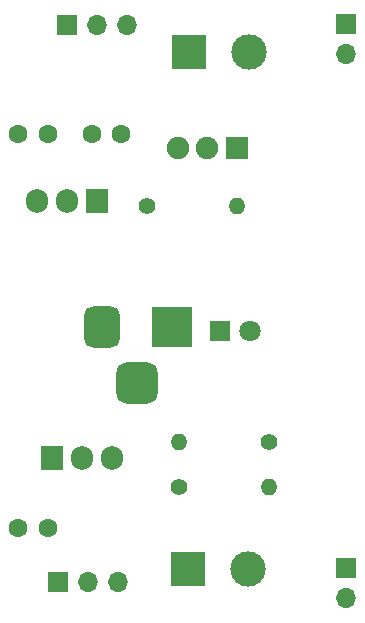
<source format=gbs>
%TF.GenerationSoftware,KiCad,Pcbnew,(6.0.0)*%
%TF.CreationDate,2023-05-28T15:04:35-04:00*%
%TF.ProjectId,Breadboard Power Supply,42726561-6462-46f6-9172-6420506f7765,2.0*%
%TF.SameCoordinates,Original*%
%TF.FileFunction,Soldermask,Bot*%
%TF.FilePolarity,Negative*%
%FSLAX46Y46*%
G04 Gerber Fmt 4.6, Leading zero omitted, Abs format (unit mm)*
G04 Created by KiCad (PCBNEW (6.0.0)) date 2023-05-28 15:04:35*
%MOMM*%
%LPD*%
G01*
G04 APERTURE LIST*
G04 Aperture macros list*
%AMRoundRect*
0 Rectangle with rounded corners*
0 $1 Rounding radius*
0 $2 $3 $4 $5 $6 $7 $8 $9 X,Y pos of 4 corners*
0 Add a 4 corners polygon primitive as box body*
4,1,4,$2,$3,$4,$5,$6,$7,$8,$9,$2,$3,0*
0 Add four circle primitives for the rounded corners*
1,1,$1+$1,$2,$3*
1,1,$1+$1,$4,$5*
1,1,$1+$1,$6,$7*
1,1,$1+$1,$8,$9*
0 Add four rect primitives between the rounded corners*
20,1,$1+$1,$2,$3,$4,$5,0*
20,1,$1+$1,$4,$5,$6,$7,0*
20,1,$1+$1,$6,$7,$8,$9,0*
20,1,$1+$1,$8,$9,$2,$3,0*%
G04 Aperture macros list end*
%ADD10R,3.500000X3.500000*%
%ADD11RoundRect,0.750000X-0.750000X-1.000000X0.750000X-1.000000X0.750000X1.000000X-0.750000X1.000000X0*%
%ADD12RoundRect,0.875000X-0.875000X-0.875000X0.875000X-0.875000X0.875000X0.875000X-0.875000X0.875000X0*%
%ADD13R,1.700000X1.700000*%
%ADD14O,1.700000X1.700000*%
%ADD15C,1.600000*%
%ADD16R,1.905000X2.000000*%
%ADD17O,1.905000X2.000000*%
%ADD18R,1.900000X1.900000*%
%ADD19C,1.900000*%
%ADD20C,1.400000*%
%ADD21O,1.400000X1.400000*%
%ADD22R,3.000000X3.000000*%
%ADD23C,3.000000*%
%ADD24C,1.800000*%
%ADD25R,1.800000X1.800000*%
G04 APERTURE END LIST*
D10*
%TO.C,J1*%
X121335800Y-87960200D03*
D11*
X115335800Y-87960200D03*
D12*
X118335800Y-92660200D03*
%TD*%
D13*
%TO.C,J4*%
X111622600Y-109499400D03*
D14*
X114162600Y-109499400D03*
X116702600Y-109499400D03*
%TD*%
D15*
%TO.C,C3*%
X110800200Y-71607800D03*
X108300200Y-71607800D03*
%TD*%
D16*
%TO.C,U1*%
X111150400Y-98989000D03*
D17*
X113690400Y-98989000D03*
X116230400Y-98989000D03*
%TD*%
D18*
%TO.C,S1*%
X126791600Y-72771000D03*
D19*
X124291600Y-72771000D03*
X121791600Y-72771000D03*
%TD*%
D15*
%TO.C,C1*%
X116997800Y-71607800D03*
X114497800Y-71607800D03*
%TD*%
D13*
%TO.C,J3*%
X136042400Y-62306200D03*
D14*
X136042400Y-64846200D03*
%TD*%
D15*
%TO.C,C2*%
X110774800Y-104978200D03*
X108274800Y-104978200D03*
%TD*%
D13*
%TO.C,J2*%
X112410000Y-62382400D03*
D14*
X114950000Y-62382400D03*
X117490000Y-62382400D03*
%TD*%
D20*
%TO.C,R2*%
X121920000Y-101447600D03*
D21*
X129540000Y-101447600D03*
%TD*%
D20*
%TO.C,R1*%
X119176800Y-77673200D03*
D21*
X126796800Y-77673200D03*
%TD*%
D20*
%TO.C,R3*%
X129540000Y-97688400D03*
D21*
X121920000Y-97688400D03*
%TD*%
D16*
%TO.C,U2*%
X114909600Y-77241400D03*
D17*
X112369600Y-77241400D03*
X109829600Y-77241400D03*
%TD*%
D22*
%TO.C,J6*%
X122707400Y-64668400D03*
D23*
X127787400Y-64668400D03*
%TD*%
D22*
%TO.C,J7*%
X122671600Y-108447400D03*
D23*
X127751600Y-108447400D03*
%TD*%
D24*
%TO.C,D1*%
X127939800Y-88290400D03*
D25*
X125399800Y-88290400D03*
%TD*%
D13*
%TO.C,J5*%
X135991600Y-108351400D03*
D14*
X135991600Y-110891400D03*
%TD*%
M02*

</source>
